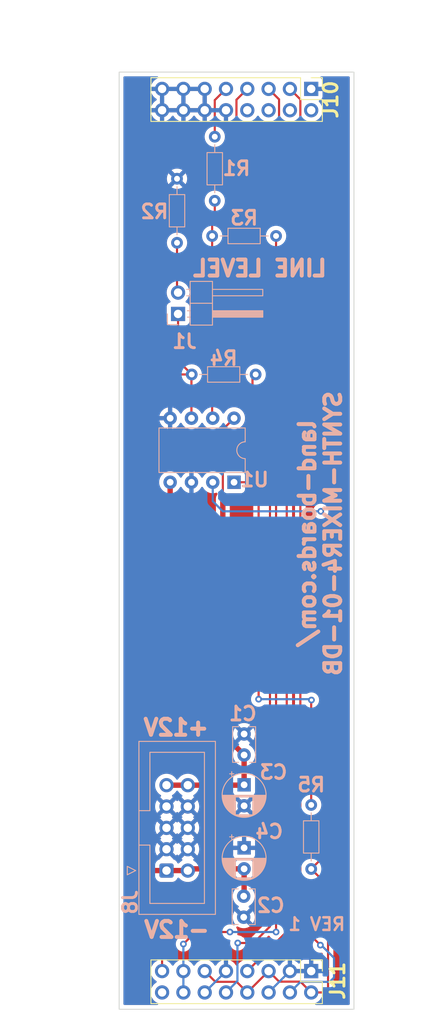
<source format=kicad_pcb>
(kicad_pcb (version 20211014) (generator pcbnew)
  (title_block (title "SYNTH-MIXER6-01") (date "2022-09-30") (rev "1") (company "LAND BOARDS, LLC"))
  (layers (0 "F.Cu" signal) (31 "B.Cu" signal) (34 "B.Paste" user) (35 "F.Paste" user) (36 "B.SilkS" user "B.Silkscreen") (37 "F.SilkS" user "F.Silkscreen") (38 "B.Mask" user) (39 "F.Mask" user) (44 "Edge.Cuts" user))
  (net 0 "")
  (net 1 "GND")
  (net 2 "Net-(J2-Pad2)")
  (net 6 "+12V")
  (net 7 "-12V")
  (net 8 "/OUT")
  (net 9 "Net-(R7-Pad2)")
  (net 10 "/VOL2")
  (net 11 "/VOL1")
  (net 12 "/VSUM")
  (net 13 "/VO")
  (net 14 "/VI_2")
  (net 15 "/VI_3")
  (net 16 "/VI_4")
  (footprint "Connector_PinHeader_2.54mm:PinHeader_2x08_P2.54mm_Vertical" (layer "F.Cu") (at 24 115.46 -90)
    (fp_text reference "J11" (at 1.1514 -3.1526 90) (layer "F.SilkS") (effects (font (size 1.651 1.651) (thickness 0.34925))))
    (fp_text value "HEADER, 2X8")
    (fp_line (start -1.33 1.27) (end -1.33 19.11) (layer "F.SilkS") (width 0.12))
    (fp_line (start -1.33 19.11) (end 3.87 19.11) (layer "F.SilkS") (width 0.12))
    (fp_line (start -1.33 1.27) (end 1.27 1.27) (layer "F.SilkS") (width 0.12))
    (fp_line (start 1.27 -1.33) (end 3.87 -1.33) (layer "F.SilkS") (width 0.12))
    (fp_line (start -1.33 -1.33) (end 0 -1.33) (layer "F.SilkS") (width 0.12))
    (fp_line (start -1.33 0) (end -1.33 -1.33) (layer "F.SilkS") (width 0.12))
    (fp_line (start 3.87 -1.33) (end 3.87 19.11) (layer "F.SilkS") (width 0.12))
    (fp_line (start 1.27 1.27) (end 1.27 -1.33) (layer "F.SilkS") (width 0.12))
    (pad "1" thru_hole rect (at 0 0 270) (size 1.7 1.7) (drill 1) (layers *.Cu *.Mask) (net 1 "GND"))
    (pad "2" thru_hole oval (at 2.54 0 270) (size 1.7 1.7) (drill 1) (layers *.Cu *.Mask) (net 12 "/VSUM"))
    (pad "3" thru_hole oval (at 0 2.54 270) (size 1.7 1.7) (drill 1) (layers *.Cu *.Mask) (net 1 "GND"))
    (pad "4" thru_hole oval (at 2.54 2.54 270) (size 1.7 1.7) (drill 1) (layers *.Cu *.Mask) (net 14 "/VI_2"))
    (pad "5" thru_hole oval (at 0 5.08 270) (size 1.7 1.7) (drill 1) (layers *.Cu *.Mask) (net 12 "/VSUM"))
    (pad "6" thru_hole oval (at 2.54 5.08 270) (size 1.7 1.7) (drill 1) (layers *.Cu *.Mask) (net 1 "GND"))
    (pad "7" thru_hole oval (at 0 7.62 270) (size 1.7 1.7) (drill 1) (layers *.Cu *.Mask) (net 15 "/VI_3"))
    (pad "8" thru_hole oval (at 2.54 7.62 270) (size 1.7 1.7) (drill 1) (layers *.Cu *.Mask) (net 12 "/VSUM"))
    (pad "9" thru_hole oval (at 0 10.16 270) (size 1.7 1.7) (drill 1) (layers *.Cu *.Mask) (net 1 "GND"))
    (pad "10" thru_hole oval (at 2.54 10.16 270) (size 1.7 1.7) (drill 1) (layers *.Cu *.Mask) (net 16 "/VI_4"))
    (pad "11" thru_hole oval (at 0 12.7 270) (size 1.7 1.7) (drill 1) (layers *.Cu *.Mask) (net 12 "/VSUM"))
    (pad "12" thru_hole oval (at 2.54 12.7 270) (size 1.7 1.7) (drill 1) (layers *.Cu *.Mask) (net 1 "GND"))
    (pad "13" thru_hole oval (at 0 15.24 270) (size 1.7 1.7) (drill 1) (layers *.Cu *.Mask) (net 11 "/VOL1"))
    (pad "14" thru_hole oval (at 2.54 15.24 270) (size 1.7 1.7) (drill 1) (layers *.Cu *.Mask) (net 11 "/VOL1"))
    (pad "15" thru_hole oval (at 0 17.78 270) (size 1.7 1.7) (drill 1) (layers *.Cu *.Mask) (net 10 "/VOL2"))
    (pad "16" thru_hole oval (at 2.54 17.78 270) (size 1.7 1.7) (drill 1) (layers *.Cu *.Mask))
  )
  (footprint "Connector_PinHeader_2.54mm:PinHeader_2x08_P2.54mm_Vertical" (layer "F.Cu") (at 24 10.5 -90)
    (fp_text reference "J10" (at 1.27 -2.33 90) (layer "F.SilkS") (effects (font (size 1.651 1.651) (thickness 0.34925))))
    (fp_text value "HEADER, 2X8")
    (fp_line (start -1.33 19.11) (end 3.87 19.11) (layer "F.SilkS") (width 0.12))
    (fp_line (start -1.33 1.27) (end -1.33 19.11) (layer "F.SilkS") (width 0.12))
    (fp_line (start 3.87 -1.33) (end 3.87 19.11) (layer "F.SilkS") (width 0.12))
    (fp_line (start -1.33 -1.33) (end 0 -1.33) (layer "F.SilkS") (width 0.12))
    (fp_line (start 1.27 -1.33) (end 3.87 -1.33) (layer "F.SilkS") (width 0.12))
    (fp_line (start -1.33 1.27) (end 1.27 1.27) (layer "F.SilkS") (width 0.12))
    (fp_line (start -1.33 0) (end -1.33 -1.33) (layer "F.SilkS") (width 0.12))
    (fp_line (start 1.27 1.27) (end 1.27 -1.33) (layer "F.SilkS") (width 0.12))
    (pad "1" thru_hole rect (at 0 0 270) (size 1.7 1.7) (drill 1) (layers *.Cu *.Mask) (net 1 "GND"))
    (pad "2" thru_hole oval (at 2.54 0 270) (size 1.7 1.7) (drill 1) (layers *.Cu *.Mask))
    (pad "3" thru_hole oval (at 0 2.54 270) (size 1.7 1.7) (drill 1) (layers *.Cu *.Mask) (net 14 "/VI_2"))
    (pad "4" thru_hole oval (at 2.54 2.54 270) (size 1.7 1.7) (drill 1) (layers *.Cu *.Mask))
    (pad "5" thru_hole oval (at 0 5.08 270) (size 1.7 1.7) (drill 1) (layers *.Cu *.Mask) (net 15 "/VI_3"))
    (pad "6" thru_hole oval (at 2.54 5.08 270) (size 1.7 1.7) (drill 1) (layers *.Cu *.Mask))
    (pad "7" thru_hole oval (at 0 7.62 270) (size 1.7 1.7) (drill 1) (layers *.Cu *.Mask) (net 16 "/VI_4"))
    (pad "8" thru_hole oval (at 2.54 7.62 270) (size 1.7 1.7) (drill 1) (layers *.Cu *.Mask))
    (pad "9" thru_hole oval (at 0 10.16 270) (size 1.7 1.7) (drill 1) (layers *.Cu *.Mask) (net 8 "/OUT"))
    (pad "10" thru_hole oval (at 2.54 10.16 270) (size 1.7 1.7) (drill 1) (layers *.Cu *.Mask) (net 1 "GND"))
    (pad "11" thru_hole oval (at 0 12.7 270) (size 1.7 1.7) (drill 1) (layers *.Cu *.Mask) (net 1 "GND"))
    (pad "12" thru_hole oval (at 2.54 12.7 270) (size 1.7 1.7) (drill 1) (layers *.Cu *.Mask) (net 1 "GND"))
    (pad "13" thru_hole oval (at 0 15.24 270) (size 1.7 1.7) (drill 1) (layers *.Cu *.Mask) (net 1 "GND"))
    (pad "14" thru_hole oval (at 2.54 15.24 270) (size 1.7 1.7) (drill 1) (layers *.Cu *.Mask) (net 1 "GND"))
    (pad "15" thru_hole oval (at 0 17.78 270) (size 1.7 1.7) (drill 1) (layers *.Cu *.Mask) (net 1 "GND"))
    (pad "16" thru_hole oval (at 2.54 17.78 270) (size 1.7 1.7) (drill 1) (layers *.Cu *.Mask) (net 1 "GND"))
  )
  (footprint "Connector_IDC:IDC-Header_2x05_P2.54mm_Vertical" (layer "B.Cu") (at 6.7475 103.5)
    (fp_text reference "J8" (at -4.3345 3.7642 270) (layer "B.SilkS") (effects (font (size 1.651 1.651) (thickness 0.34925)) (justify mirror)))
    (fp_text value "Conn_02x05")
    (fp_line (start -3.29 -15.37) (end -3.29 5.21) (layer "B.SilkS") (width 0.12))
    (fp_line (start 5.83 5.21) (end 5.83 -15.37) (layer "B.SilkS") (width 0.12))
    (fp_line (start 4.52 -14.07) (end -1.98 -14.07) (layer "B.SilkS") (width 0.12))
    (fp_line (start -1.98 3.91) (end 4.52 3.91) (layer "B.SilkS") (width 0.12))
    (fp_line (start 5.83 -15.37) (end -3.29 -15.37) (layer "B.SilkS") (width 0.12))
    (fp_line (start -3.68 0) (end -4.68 0.5) (layer "B.SilkS") (width 0.12))
    (fp_line (start -3.29 5.21) (end 5.83 5.21) (layer "B.SilkS") (width 0.12))
    (fp_line (start -1.98 -7.13) (end -3.29 -7.13) (layer "B.SilkS") (width 0.12))
    (fp_line (start -4.68 0.5) (end -4.68 -0.5) (layer "B.SilkS") (width 0.12))
    (fp_line (start -4.68 -0.5) (end -3.68 0) (layer "B.SilkS") (width 0.12))
    (fp_line (start -1.98 -14.07) (end -1.98 -7.13) (layer "B.SilkS") (width 0.12))
    (fp_line (start 4.52 3.91) (end 4.52 -14.07) (layer "B.SilkS") (width 0.12))
    (fp_line (start -1.98 -3.03) (end -1.98 3.91) (layer "B.SilkS") (width 0.12))
    (fp_line (start -3.29 -3.03) (end -1.98 -3.03) (layer "B.SilkS") (width 0.12))
    (fp_line (start -1.98 -7.13) (end -1.98 -7.13) (layer "B.SilkS") (width 0.12))
    (pad "1" thru_hole roundrect (at 0 0) (size 1.7 1.7) (drill 1) (layers *.Cu *.Mask) (roundrect_rratio 0.1470588235) (net 7 "-12V"))
    (pad "2" thru_hole circle (at 2.54 0) (size 1.7 1.7) (drill 1) (layers *.Cu *.Mask) (net 7 "-12V"))
    (pad "3" thru_hole circle (at 0 -2.54) (size 1.7 1.7) (drill 1) (layers *.Cu *.Mask) (net 1 "GND"))
    (pad "4" thru_hole circle (at 2.54 -2.54) (size 1.7 1.7) (drill 1) (layers *.Cu *.Mask) (net 1 "GND"))
    (pad "5" thru_hole circle (at 0 -5.08) (size 1.7 1.7) (drill 1) (layers *.Cu *.Mask) (net 1 "GND"))
    (pad "6" thru_hole circle (at 2.54 -5.08) (size 1.7 1.7) (drill 1) (layers *.Cu *.Mask) (net 1 "GND"))
    (pad "7" thru_hole circle (at 0 -7.62) (size 1.7 1.7) (drill 1) (layers *.Cu *.Mask) (net 1 "GND"))
    (pad "8" thru_hole circle (at 2.54 -7.62) (size 1.7 1.7) (drill 1) (layers *.Cu *.Mask) (net 1 "GND"))
    (pad "9" thru_hole circle (at 0 -10.16) (size 1.7 1.7) (drill 1) (layers *.Cu *.Mask) (net 6 "+12V"))
    (pad "10" thru_hole circle (at 2.54 -10.16) (size 1.7 1.7) (drill 1) (layers *.Cu *.Mask) (net 6 "+12V"))
  )
  (footprint "Resistor_THT:R_Axial_DIN0204_L3.6mm_D1.6mm_P7.62mm_Horizontal" (layer "B.Cu") (at 12.5 23.81 90)
    (fp_text reference "R1" (at 3.8456 2.5876 180) (layer "B.SilkS") (effects (font (size 1.651 1.651) (thickness 0.34925)) (justify mirror)))
    (fp_text value "1K")
    (fp_line (start 5.73 0.92) (end 1.89 0.92) (layer "B.SilkS") (width 0.12))
    (fp_line (start 1.89 0.92) (end 1.89 -0.92) (layer "B.SilkS") (width 0.12))
    (fp_line (start 6.68 0) (end 5.73 0) (layer "B.SilkS") (width 0.12))
    (fp_line (start 0.94 0) (end 1.89 0) (layer "B.SilkS") (width 0.12))
    (fp_line (start 5.73 -0.92) (end 5.73 0.92) (layer "B.SilkS") (width 0.12))
    (fp_line (start 1.89 -0.92) (end 5.73 -0.92) (layer "B.SilkS") (width 0.12))
    (pad "1" thru_hole circle (at 0 0 90) (size 1.4 1.4) (drill 0.7) (layers *.Cu *.Mask) (net 13 "/VO"))
    (pad "2" thru_hole oval (at 7.62 0 90) (size 1.4 1.4) (drill 0.7) (layers *.Cu *.Mask) (net 8 "/OUT"))
  )
  (footprint "Capacitor_THT:CP_Radial_D5.0mm_P2.50mm" (layer "B.Cu") (at 16 93.294888 -90)
    (fp_text reference "C3" (at -1.5 -3.5 180) (layer "B.SilkS") (effects (font (size 1.651 1.651) (thickness 0.34925)) (justify mirror)))
    (fp_text value "10uF")
    (fp_line (start -1.554775 1.475) (end -1.054775 1.475) (layer "B.SilkS") (width 0.12))
    (fp_line (start 3.011 -1.04) (end 3.011 -1.901) (layer "B.SilkS") (width 0.12))
    (fp_line (start 2.651 2.175) (end 2.651 1.04) (layer "B.SilkS") (width 0.12))
    (fp_line (start 2.771 2.095) (end 2.771 1.04) (layer "B.SilkS") (width 0.12))
    (fp_line (start 2.931 1.971) (end 2.931 1.04) (layer "B.SilkS") (width 0.12))
    (fp_line (start 1.33 2.579) (end 1.33 -2.579) (layer "B.SilkS") (width 0.12))
    (fp_line (start 1.37 2.578) (end 1.37 -2.578) (layer "B.SilkS") (width 0.12))
    (fp_line (start 1.73 2.536) (end 1.73 1.04) (layer "B.SilkS") (width 0.12))
    (fp_line (start 3.651 1.011) (end 3.651 -1.011) (layer "B.SilkS") (width 0.12))
    (fp_line (start 3.611 1.098) (end 3.611 -1.098) (layer "B.SilkS") (width 0.12))
    (fp_line (start 3.571 1.178) (end 3.571 -1.178) (layer "B.SilkS") (width 0.12))
    (fp_line (start 1.85 2.511) (end 1.85 1.04) (layer "B.SilkS") (width 0.12))
    (fp_line (start 3.291 1.605) (end 3.291 1.04) (layer "B.SilkS") (width 0.12))
    (fp_line (start 3.411 1.443) (end 3.411 1.04) (layer "B.SilkS") (width 0.12))
    (fp_line (start 3.291 -1.04) (end 3.291 -1.605) (layer "B.SilkS") (width 0.12))
    (fp_line (start 2.051 -1.04) (end 2.051 -2.455) (layer "B.SilkS") (width 0.12))
    (fp_line (start 2.131 -1.04) (end 2.131 -2.428) (layer "B.SilkS") (width 0.12))
    (fp_line (start 3.051 -1.04) (end 3.051 -1.864) (layer "B.SilkS") (width 0.12))
    (fp_line (start 3.731 0.805) (end 3.731 -0.805) (layer "B.SilkS") (width 0.12))
    (fp_line (start 2.331 2.348) (end 2.331 1.04) (layer "B.SilkS") (width 0.12))
    (fp_line (start 1.41 2.576) (end 1.41 -2.576) (layer "B.SilkS") (width 0.12))
    (fp_line (start 2.891 -1.04) (end 2.891 -2.004) (layer "B.SilkS") (width 0.12))
    (fp_line (start 2.451 2.29) (end 2.451 1.04) (layer "B.SilkS") (width 0.12))
    (fp_line (start 2.891 2.004) (end 2.891 1.04) (layer "B.SilkS") (width 0.12))
    (fp_line (start 3.691 0.915) (end 3.691 -0.915) (layer "B.SilkS") (width 0.12))
    (fp_line (start 3.491 -1.04) (end 3.491 -1.319) (layer "B.SilkS") (width 0.12))
    (fp_line (start 2.331 -1.04) (end 2.331 -2.348) (layer "B.SilkS") (width 0.12))
    (fp_line (start 2.571 -1.04) (end 2.571 -2.224) (layer "B.SilkS") (width 0.12))
    (fp_line (start 1.971 -1.04) (end 1.971 -2.48) (layer "B.SilkS") (width 0.12))
    (fp_line (start 3.411 -1.04) (end 3.411 -1.443) (layer "B.SilkS") (width 0.12))
    (fp_line (start 3.531 -1.04) (end 3.531 -1.251) (layer "B.SilkS") (width 0.12))
    (fp_line (start 2.411 2.31) (end 2.411 1.04) (layer "B.SilkS") (width 0.12))
    (fp_line (start 2.451 -1.04) (end 2.451 -2.29) (layer "B.SilkS") (width 0.12))
    (fp_line (start 2.171 2.414) (end 2.171 1.04) (layer "B.SilkS") (width 0.12))
    (fp_line (start 1.81 2.52) (end 1.81 1.04) (layer "B.SilkS") (width 0.12))
    (fp_line (start 3.331 -1.04) (end 3.331 -1.554) (layer "B.SilkS") (width 0.12))
    (fp_line (start 2.971 -1.04) (end 2.971 -1.937) (layer "B.SilkS") (width 0.12))
    (fp_line (start 3.491 1.319) (end 3.491 1.04) (layer "B.SilkS") (width 0.12))
    (fp_line (start 3.531 1.251) (end 3.531 1.04) (layer "B.SilkS") (width 0.12))
    (fp_line (start 3.131 -1.04) (end 3.131 -1.785) (layer "B.SilkS") (width 0.12))
    (fp_line (start 2.091 -1.04) (end 2.091 -2.442) (layer "B.SilkS") (width 0.12))
    (fp_line (start 2.411 -1.04) (end 2.411 -2.31) (layer "B.SilkS") (width 0.12))
    (fp_line (start 2.811 -1.04) (end 2.811 -2.065) (layer "B.SilkS") (width 0.12))
    (fp_line (start 1.81 -1.04) (end 1.81 -2.52) (layer "B.SilkS") (width 0.12))
    (fp_line (start 3.771 0.677) (end 3.771 -0.677) (layer "B.SilkS") (width 0.12))
    (fp_line (start 2.531 -1.04) (end 2.531 -2.247) (layer "B.SilkS") (width 0.12))
    (fp_line (start 2.291 -1.04) (end 2.291 -2.365) (layer "B.SilkS") (width 0.12))
    (fp_line (start 2.851 2.035) (end 2.851 1.04) (layer "B.SilkS") (width 0.12))
    (fp_line (start 2.491 -1.04) (end 2.491 -2.268) (layer "B.SilkS") (width 0.12))
    (fp_line (start 2.251 -1.04) (end 2.251 -2.382) (layer "B.SilkS") (width 0.12))
    (fp_line (start 3.051 1.864) (end 3.051 1.04) (layer "B.SilkS") (width 0.12))
    (fp_line (start 2.531 2.247) (end 2.531 1.04) (layer "B.SilkS") (width 0.12))
    (fp_line (start 2.291 2.365) (end 2.291 1.04) (layer "B.SilkS") (width 0.12))
    (fp_line (start 2.091 2.442) (end 2.091 1.04) (layer "B.SilkS") (width 0.12))
    (fp_line (start 1.61 -1.04) (end 1.61 -2.556) (layer "B.SilkS") (width 0.12))
    (fp_line (start 2.491 2.268) (end 2.491 1.04) (layer "B.SilkS") (width 0.12))
    (fp_line (start 3.211 1.699) (end 3.211 1.04) (layer "B.SilkS") (width 0.12))
    (fp_line (start 2.051 2.455) (end 2.051 1.04) (layer "B.SilkS") (width 0.12))
    (fp_line (start 3.171 -1.04) (end 3.171 -1.743) (layer "B.SilkS") (width 0.12))
    (fp_line (start -1.304775 1.725) (end -1.304775 1.225) (layer "B.SilkS") (width 0.12))
    (fp_line (start 2.691 2.149) (end 2.691 1.04) (layer "B.SilkS") (width 0.12))
    (fp_line (start 1.65 2.55) (end 1.65 1.04) (layer "B.SilkS") (width 0.12))
    (fp_line (start 2.851 -1.04) (end 2.851 -2.035) (layer "B.SilkS") (width 0.12))
    (fp_line (start 2.611 -1.04) (end 2.611 -2.2) (layer "B.SilkS") (width 0.12))
    (fp_line (start 1.65 -1.04) (end 1.65 -2.55) (layer "B.SilkS") (width 0.12))
    (fp_line (start 3.251 1.653) (end 3.251 1.04) (layer "B.SilkS") (width 0.12))
    (fp_line (start 1.61 2.556) (end 1.61 1.04) (layer "B.SilkS") (width 0.12))
    (fp_line (start 3.091 -1.04) (end 3.091 -1.826) (layer "B.SilkS") (width 0.12))
    (fp_line (start 2.251 2.382) (end 2.251 1.04) (layer "B.SilkS") (width 0.12))
    (fp_line (start 1.85 -1.04) (end 1.85 -2.511) (layer "B.SilkS") (width 0.12))
    (fp_line (start 1.69 2.543) (end 1.69 1.04) (layer "B.SilkS") (width 0.12))
    (fp_line (start 3.851 0.284) (end 3.851 -0.284) (layer "B.SilkS") (width 0.12))
    (fp_line (start 2.731 -1.04) (end 2.731 -2.122) (layer "B.SilkS") (width 0.12))
    (fp_line (start 2.131 2.428) (end 2.131 1.04) (layer "B.SilkS") (width 0.12))
    (fp_line (start 1.25 2.58) (end 1.25 -2.58) (layer "B.SilkS") (width 0.12))
    (fp_line (start 2.811 2.065) (end 2.811 1.04) (layer "B.SilkS") (width 0.12))
    (fp_line (start 3.451 1.383) (end 3.451 1.04) (layer "B.SilkS") (width 0.12))
    (fp_line (start 1.89 2.501) (end 1.89 1.04) (layer "B.SilkS") (width 0.12))
    (fp_line (start 2.731 2.122) (end 2.731 1.04) (layer "B.SilkS") (width 0.12))
    (fp_line (start 3.011 1.901) (end 3.011 1.04) (layer "B.SilkS") (width 0.12))
    (fp_line (start 1.53 2.565) (end 1.53 1.04) (layer "B.SilkS") (width 0.12))
    (fp_line (start 3.091 1.826) (end 3.091 1.04) (layer "B.SilkS") (width 0.12))
    (fp_line (start 2.771 -1.04) (end 2.771 -2.095) (layer "B.SilkS") (width 0.12))
    (fp_line (start 1.69 -1.04) (end 1.69 -2.543) (layer "B.SilkS") (width 0.12))
    (fp_line (start 2.211 -1.04) (end 2.211 -2.398) (layer "B.SilkS") (width 0.12))
    (fp_line (start 2.651 -1.04) (end 2.651 -2.175) (layer "B.SilkS") (width 0.12))
    (fp_line (start 2.011 2.468) (end 2.011 1.04) (layer "B.SilkS") (width 0.12))
    (fp_line (start 2.011 -1.04) (end 2.011 -2.468) (layer "B.SilkS") (width 0.12))
    (fp_line (start 2.371 2.329) (end 2.371 1.04) (layer "B.SilkS") (width 0.12))
    (fp_line (start 1.49 -1.04) (end 1.49 -2.569) (layer "B.SilkS") (width 0.12))
    (fp_line (start 1.29 2.58) (end 1.29 -2.58) (layer "B.SilkS") (width 0.12))
    (fp_line (start 2.971 1.937) (end 2.971 1.04) (layer "B.SilkS") (width 0.12))
    (fp_line (start 1.73 -1.04) (end 1.73 -2.536) (layer "B.SilkS") (width 0.12))
    (fp_line (start 1.57 2.561) (end 1.57 1.04) (layer "B.SilkS") (width 0.12))
    (fp_line (start 1.49 2.569) (end 1.49 1.04) (layer "B.SilkS") (width 0.12))
    (fp_line (start 2.171 -1.04) (end 2.171 -2.414) (layer "B.SilkS") (width 0.12))
    (fp_line (start 1.45 2.573) (end 1.45 -2.573) (layer "B.SilkS") (width 0.12))
    (fp_line (start 3.371 -1.04) (end 3.371 -1.5) (layer "B.SilkS") (width 0.12))
    (fp_line (start 2.211 2.398) (end 2.211 1.04) (layer "B.SilkS") (width 0.12))
    (fp_line (start 2.571 2.224) (end 2.571 1.04) (layer "B.SilkS") (width 0.12))
    (fp_line (start 2.931 -1.04) (end 2.931 -1.971) (layer "B.SilkS") (width 0.12))
    (fp_line (start 3.371 1.5) (end 3.371 1.04) (layer "B.SilkS") (width 0.12))
    (fp_line (start 2.691 -1.04) (end 2.691 -2.149) (layer "B.SilkS") (width 0.12))
    (fp_line (start 1.93 -1.04) (end 1.93 -2.491) (layer "B.SilkS") (width 0.12))
    (fp_line (start 1.77 2.528) (end 1.77 1.04) (layer "B.SilkS") (width 0.12))
    (fp_line (start 1.57 -1.04) (end 1.57 -2.561) (layer "B.SilkS") (width 0.12))
    (fp_line (start 1.971 2.48) (end 1.971 1.04) (layer "B.SilkS") (width 0.12))
    (fp_line (start 3.211 -1.04) (end 3.211 -1.699) (layer "B.SilkS") (width 0.12))
    (fp_line (start 2.611 2.2) (end 2.611 1.04) (layer "B.SilkS") (width 0.12))
    (fp_line (start 3.451 -1.04) (end 3.451 -1.383) (layer "B.SilkS") (width 0.12))
    (fp_line (start 3.331 1.554) (end 3.331 1.04) (layer "B.SilkS") (width 0.12))
    (fp_line (start 3.811 0.518) (end 3.811 -0.518) (layer "B.SilkS") (width 0.12))
    (fp_line (start 1.77 -1.04) (end 1.77 -2.528) (layer "B.SilkS") (width 0.12))
    (fp_line (start 3.171 1.743) (end 3.171 1.04) (layer "B.SilkS") (width 0.12))
    (fp_line (start 1.93 2.491) (end 1.93 1.04) (layer "B.SilkS") (width 0.12))
    (fp_line (start 3.131 1.785) (end 3.131 1.04) (layer "B.SilkS") (width 0.12))
    (fp_line (start 1.53 -1.04) (end 1.53 -2.565) (layer "B.SilkS") (width 0.12))
    (fp_line (start 3.251 -1.04) (end 3.251 -1.653) (layer "B.SilkS") (width 0.12))
    (fp_line (start 2.371 -1.04) (end 2.371 -2.329) (layer "B.SilkS") (width 0.12))
    (fp_line (start 1.89 -1.04) (end 1.89 -2.501) (layer "B.SilkS") (width 0.12))
    (fp_circle (center 1.25 0) (end 3.87 0) (layer "B.SilkS") (width 0.12) (fill none))
    (pad "1" thru_hole rect (at 0 0 270) (size 1.6 1.6) (drill 0.8) (layers *.Cu *.Mask) (net 6 "+12V"))
    (pad "2" thru_hole circle (at 2.5 0 270) (size 1.6 1.6) (drill 0.8) (layers *.Cu *.Mask) (net 1 "GND"))
  )
  (footprint "Package_DIP:DIP-8_W7.62mm" (layer "B.Cu") (at 14.8 57.3 90)
    (fp_text reference "U1" (at 0.3 2.45) (layer "B.SilkS") (effects (font (size 1.651 1.651) (thickness 0.34925)) (justify mirror)))
    (fp_text value "TL072")
    (fp_line (start 1.16 1.33) (end 1.16 -8.95) (layer "B.SilkS") (width 0.12))
    (fp_line (start 1.16 -8.95) (end 6.46 -8.95) (layer "B.SilkS") (width 0.12))
    (fp_line (start 6.46 -8.95) (end 6.46 1.33) (layer "B.SilkS") (width 0.12))
    (fp_line (start 6.46 1.33) (end 4.81 1.33) (layer "B.SilkS") (width 0.12))
    (fp_line (start 2.81 1.33) (end 1.16 1.33) (layer "B.SilkS") (width 0.12))
    (fp_arc (start 2.81 1.33) (mid 3.81 0.33) (end 4.81 1.33) (layer "B.SilkS") (width 0.12))
    (pad "1" thru_hole rect (at 0 0 90) (size 1.6 1.6) (drill 0.8) (layers *.Cu *.Mask) (net 9 "Net-(R7-Pad2)"))
    (pad "2" thru_hole oval (at 0 -2.54 90) (size 1.6 1.6) (drill 0.8) (layers *.Cu *.Mask) (net 12 "/VSUM"))
    (pad "3" thru_hole oval (at 0 -5.08 90) (size 1.6 1.6) (drill 0.8) (layers *.Cu *.Mask) (net 1 "GND"))
    (pad "4" thru_hole oval (at 0 -7.62 90) (size 1.6 1.6) (drill 0.8) (layers *.Cu *.Mask) (net 7 "-12V"))
    (pad "5" thru_hole oval (at 7.62 -7.62 90) (size 1.6 1.6) (drill 0.8) (layers *.Cu *.Mask) (net 1 "GND"))
    (pad "6" thru_hole oval (at 7.62 -5.08 90) (size 1.6 1.6) (drill 0.8) (layers *.Cu *.Mask) (net 10 "/VOL2"))
    (pad "7" thru_hole oval (at 7.62 -2.54 90) (size 1.6 1.6) (drill 0.8) (layers *.Cu *.Mask) (net 13 "/VO"))
    (pad "8" thru_hole oval (at 7.62 0 90) (size 1.6 1.6) (drill 0.8) (layers *.Cu *.Mask) (net 6 "+12V"))
  )
  (footprint "Resistor_THT:R_Axial_DIN0204_L3.6mm_D1.6mm_P7.62mm_Horizontal" (layer "B.Cu") (at 24 103.31 90)
    (fp_text reference "R5" (at 10.0158 0.003 180) (layer "B.SilkS") (effects (font (size 1.651 1.651) (thickness 0.34925)) (justify mirror)))
    (fp_text value "100K")
    (fp_line (start 6.68 0) (end 5.73 0) (layer "B.SilkS") (width 0.12))
    (fp_line (start 1.89 -0.92) (end 5.73 -0.92) (layer "B.SilkS") (width 0.12))
    (fp_line (start 5.73 0.92) (end 1.89 0.92) (layer "B.SilkS") (width 0.12))
    (fp_line (start 0.94 0) (end 1.89 0) (layer "B.SilkS") (width 0.12))
    (fp_line (start 5.73 -0.92) (end 5.73 0.92) (layer "B.SilkS") (width 0.12))
    (fp_line (start 1.89 0.92) (end 1.89 -0.92) (layer "B.SilkS") (width 0.12))
    (pad "1" thru_hole circle (at 0 0 90) (size 1.4 1.4) (drill 0.7) (layers *.Cu *.Mask) (net 12 "/VSUM"))
    (pad "2" thru_hole oval (at 7.62 0 90) (size 1.4 1.4) (drill 0.7) (layers *.Cu *.Mask) (net 9 "Net-(R7-Pad2)"))
  )
  (footprint "Capacitor_THT:C_Rect_L4.0mm_W2.5mm_P2.50mm" (layer "B.Cu") (at 16 89.75 90)
    (fp_text reference "C1" (at 4.914 -0.1504 180) (layer "B.SilkS") (effects (font (size 1.651 1.651) (thickness 0.34925)) (justify mirror)))
    (fp_text value "0.1uF")
    (fp_line (start -0.87 -1.37) (end 3.37 -1.37) (layer "B.SilkS") (width 0.12))
    (fp_line (start -0.87 1.37) (end 3.37 1.37) (layer "B.SilkS") (width 0.12))
    (fp_line (start 3.37 -0.665) (end 3.37 -1.37) (layer "B.SilkS") (width 0.12))
    (fp_line (start -0.87 1.37) (end -0.87 0.665) (layer "B.SilkS") (width 0.12))
    (fp_line (start 3.37 1.37) (end 3.37 0.665) (layer "B.SilkS") (width 0.12))
    (fp_line (start -0.87 -0.665) (end -0.87 -1.37) (layer "B.SilkS") (width 0.12))
    (pad "1" thru_hole circle (at 0 0 90) (size 1.6 1.6) (drill 0.8) (layers *.Cu *.Mask) (net 6 "+12V"))
    (pad "2" thru_hole circle (at 2.5 0 90) (size 1.6 1.6) (drill 0.8) (layers *.Cu *.Mask) (net 1 "GND"))
  )
  (footprint "Connector_PinHeader_2.54mm:PinHeader_1x02_P2.54mm_Horizontal" (layer "B.Cu") (at 8.125 37.275)
    (fp_text reference "J1" (at 0.765 3.2634) (layer "B.SilkS") (effects (font (size 1.651 1.651) (thickness 0.34925)) (justify mirror)))
    (fp_text value "Conn_01x02")
    (fp_line (start 1.44 -1.27) (end 4.1 -1.27) (layer "B.SilkS") (width 0.12))
    (fp_line (start 1.11 -0.38) (end 1.44 -0.38) (layer "B.SilkS") (width 0.12))
    (fp_line (start 4.1 1.33) (end 1.44 1.33) (layer "B.SilkS") (width 0.12))
    (fp_line (start 1.44 1.33) (end 1.44 -3.87) (layer "B.SilkS") (width 0.12))
    (fp_line (start 10.1 -2.16) (end 10.1 -2.92) (layer "B.SilkS") (width 0.12))
    (fp_line (start 1.11 0.38) (end 1.44 0.38) (layer "B.SilkS") (width 0.12))
    (fp_line (start 10.1 -0.38) (end 4.1 -0.38) (layer "B.SilkS") (width 0.12))
    (fp_line (start 1.042929 -2.16) (end 1.44 -2.16) (layer "B.SilkS") (width 0.12))
    (fp_line (start 10.1 0.38) (end 10.1 -0.38) (layer "B.SilkS") (width 0.12))
    (fp_line (start 1.042929 -2.92) (end 1.44 -2.92) (layer "B.SilkS") (width 0.12))
    (fp_line (start -1.27 1.27) (end 0 1.27) (layer "B.SilkS") (width 0.12))
    (fp_line (start 4.1 -3.87) (end 4.1 1.33) (layer "B.SilkS") (width 0.12))
    (fp_line (start 4.1 -0.28) (end 10.1 -0.28) (layer "B.SilkS") (width 0.12))
    (fp_line (start 4.1 -0.04) (end 10.1 -0.04) (layer "B.SilkS") (width 0.12))
    (fp_line (start 1.44 -3.87) (end 4.1 -3.87) (layer "B.SilkS") (width 0.12))
    (fp_line (start 4.1 0.32) (end 10.1 0.32) (layer "B.SilkS") (width 0.12))
    (fp_line (start 4.1 0.2) (end 10.1 0.2) (layer "B.SilkS") (width 0.12))
    (fp_line (start 4.1 0.38) (end 10.1 0.38) (layer "B.SilkS") (width 0.12))
    (fp_line (start 4.1 0.08) (end 10.1 0.08) (layer "B.SilkS") (width 0.12))
    (fp_line (start 10.1 -2.92) (end 4.1 -2.92) (layer "B.SilkS") (width 0.12))
    (fp_line (start 4.1 -2.16) (end 10.1 -2.16) (layer "B.SilkS") (width 0.12))
    (fp_line (start 4.1 -0.16) (end 10.1 -0.16) (layer "B.SilkS") (width 0.12))
    (fp_line (start -1.27 0) (end -1.27 1.27) (layer "B.SilkS") (width 0.12))
    (pad "1" thru_hole rect (at 0 0) (size 1.7 1.7) (drill 1) (layers *.Cu *.Mask) (net 10 "/VOL2"))
    (pad "2" thru_hole oval (at 0 -2.54) (size 1.7 1.7) (drill 1) (layers *.Cu *.Mask) (net 2 "Net-(J2-Pad2)"))
  )
  (footprint "Capacitor_THT:C_Rect_L4.0mm_W2.5mm_P2.50mm" (layer "B.Cu") (at 15.9512 109.0476 90)
    (fp_text reference "C2" (at 1.4024 3.2258) (layer "B.SilkS") (effects (font (size 1.651 1.651) (thickness 0.34925)) (justify mirror)))
    (fp_text value "0.1uF")
    (fp_line (start -0.87 1.37) (end -0.87 0.665) (layer "B.SilkS") (width 0.12))
    (fp_line (start 3.37 1.37) (end 3.37 0.665) (layer "B.SilkS") (width 0.12))
    (fp_line (start -0.87 -1.37) (end 3.37 -1.37) (layer "B.SilkS") (width 0.12))
    (fp_line (start -0.87 1.37) (end 3.37 1.37) (layer "B.SilkS") (width 0.12))
    (fp_line (start 3.37 -0.665) (end 3.37 -1.37) (layer "B.SilkS") (width 0.12))
    (fp_line (start -0.87 -0.665) (end -0.87 -1.37) (layer "B.SilkS") (width 0.12))
    (pad "1" thru_hole circle (at 0 0 90) (size 1.6 1.6) (drill 0.8) (layers *.Cu *.Mask) (net 1 "GND"))
    (pad "2" thru_hole circle (at 2.5 0 90) (size 1.6 1.6) (drill 0.8) (layers *.Cu *.Mask) (net 7 "-12V"))
  )
  (footprint "Resistor_THT:R_Axial_DIN0204_L3.6mm_D1.6mm_P7.62mm_Horizontal" (layer "B.Cu") (at 17.3736 44.4754 180)
    (fp_text reference "R4" (at 3.81 1.920011) (layer "B.SilkS") (effects (font (size 1.651 1.651) (thickness 0.34925)) (justify mirror)))
    (fp_text value "22K")
    (fp_line (start 5.73 -0.92) (end 5.73 0.92) (layer "B.SilkS") (width 0.12))
    (fp_line (start 1.89 0.92) (end 1.89 -0.92) (layer "B.SilkS") (width 0.12))
    (fp_line (start 5.73 0.92) (end 1.89 0.92) (layer "B.SilkS") (width 0.12))
    (fp_line (start 0.94 0) (end 1.89 0) (layer "B.SilkS") (width 0.12))
    (fp_line (start 1.89 -0.92) (end 5.73 -0.92) (layer "B.SilkS") (width 0.12))
    (fp_line (start 6.68 0) (end 5.73 0) (layer "B.SilkS") (width 0.12))
    (pad "1" thru_hole circle (at 0 0 180) (size 1.4 1.4) (drill 0.7) (layers *.Cu *.Mask) (net 9 "Net-(R7-Pad2)"))
    (pad "2" thru_hole oval (at 7.62 0 180) (size 1.4 1.4) (drill 0.7) (layers *.Cu *.Mask) (net 10 "/VOL2"))
  )
  (footprint "Resistor_THT:R_Axial_DIN0204_L3.6mm_D1.6mm_P7.62mm_Horizontal" (layer "B.Cu") (at 19.81 28 180)
    (fp_text reference "R3" (at 3.809999 2.1428) (layer "B.SilkS") (effects (font (size 1.651 1.651) (thickness 0.34925)) (justify mirror)))
    (fp_text value "4.7K")
    (fp_line (start 5.73 0.92) (end 1.89 0.92) (layer "B.SilkS") (width 0.12))
    (fp_line (start 6.68 0) (end 5.73 0) (layer "B.SilkS") (width 0.12))
    (fp_line (start 5.73 -0.92) (end 5.73 0.92) (layer "B.SilkS") (width 0.12))
    (fp_line (start 1.89 0.92) (end 1.89 -0.92) (layer "B.SilkS") (width 0.12))
    (fp_line (start 1.89 -0.92) (end 5.73 -0.92) (layer "B.SilkS") (width 0.12))
    (fp_line (start 0.94 0) (end 1.89 0) (layer "B.SilkS") (width 0.12))
    (pad "1" thru_hole circle (at 0 0 180) (size 1.4 1.4) (drill 0.7) (layers *.Cu *.Mask) (net 11 "/VOL1"))
    (pad "2" thru_hole oval (at 7.62 0 180) (size 1.4 1.4) (drill 0.7) (layers *.Cu *.Mask) (net 13 "/VO"))
  )
  (footprint "Resistor_THT:R_Axial_DIN0204_L3.6mm_D1.6mm_P7.62mm_Horizontal" (layer "B.Cu") (at 7.999999 21.190001 -90)
    (fp_text reference "R2" (at 3.905199 2.691399 180) (layer "B.SilkS") (effects (font (size 1.651 1.651) (thickness 0.34925)) (justify mirror)))
    (fp_text value "22K")
    (fp_line (start 0.94 0) (end 1.89 0) (layer "B.SilkS") (width 0.12))
    (fp_line (start 1.89 0.92) (end 1.89 -0.92) (layer "B.SilkS") (width 0.12))
    (fp_line (start 1.89 -0.92) (end 5.73 -0.92) (layer "B.SilkS") (width 0.12))
    (fp_line (start 5.73 0.92) (end 1.89 0.92) (layer "B.SilkS") (width 0.12))
    (fp_line (start 5.73 -0.92) (end 5.73 0.92) (layer "B.SilkS") (width 0.12))
    (fp_line (start 6.68 0) (end 5.73 0) (layer "B.SilkS") (width 0.12))
    (pad "1" thru_hole circle (at 0 0 270) (size 1.4 1.4) (drill 0.7) (layers *.Cu *.Mask) (net 1 "GND"))
    (pad "2" thru_hole oval (at 7.62 0 270) (size 1.4 1.4) (drill 0.7) (layers *.Cu *.Mask) (net 2 "Net-(J2-Pad2)"))
  )
  (footprint "Capacitor_THT:CP_Radial_D5.0mm_P2.50mm" (layer "B.Cu") (at 16 100.794888 -90)
    (fp_text reference "C4" (at -1.938088 -2.9992) (layer "B.SilkS") (effects (font (size 1.651 1.651) (thickness 0.34925)) (justify mirror)))
    (fp_text value "10uF")
    (fp_line (start 2.531 -1.04) (end 2.531 -2.247) (layer "B.SilkS") (width 0.12))
    (fp_line (start 2.651 2.175) (end 2.651 1.04) (layer "B.SilkS") (width 0.12))
    (fp_line (start 2.811 -1.04) (end 2.811 -2.065) (layer "B.SilkS") (width 0.12))
    (fp_line (start 3.731 0.805) (end 3.731 -0.805) (layer "B.SilkS") (width 0.12))
    (fp_line (start 1.69 2.543) (end 1.69 1.04) (layer "B.SilkS") (width 0.12))
    (fp_line (start 2.891 -1.04) (end 2.891 -2.004) (layer "B.SilkS") (width 0.12))
    (fp_line (start 3.331 1.554) (end 3.331 1.04) (layer "B.SilkS") (width 0.12))
    (fp_line (start 2.611 2.2) (end 2.611 1.04) (layer "B.SilkS") (width 0.12))
    (fp_line (start 2.891 2.004) (end 2.891 1.04) (layer "B.SilkS") (width 0.12))
    (fp_line (start 3.291 -1.04) (end 3.291 -1.605) (layer "B.SilkS") (width 0.12))
    (fp_line (start 2.051 2.455) (end 2.051 1.04) (layer "B.SilkS") (width 0.12))
    (fp_line (start 1.57 2.561) (end 1.57 1.04) (layer "B.SilkS") (width 0.12))
    (fp_line (start 3.451 -1.04) (end 3.451 -1.383) (layer "B.SilkS") (width 0.12))
    (fp_line (start 2.211 -1.04) (end 2.211 -2.398) (layer "B.SilkS") (width 0.12))
    (fp_line (start 2.251 2.382) (end 2.251 1.04) (layer "B.SilkS") (width 0.12))
    (fp_line (start 3.011 1.901) (end 3.011 1.04) (layer "B.SilkS") (width 0.12))
    (fp_line (start 2.171 -1.04) (end 2.171 -2.414) (layer "B.SilkS") (width 0.12))
    (fp_line (start 3.491 -1.04) (end 3.491 -1.319) (layer "B.SilkS") (width 0.12))
    (fp_line (start 2.491 -1.04) (end 2.491 -2.268) (layer "B.SilkS") (width 0.12))
    (fp_line (start 1.81 -1.04) (end 1.81 -2.52) (layer "B.SilkS") (width 0.12))
    (fp_line (start 2.571 2.224) (end 2.571 1.04) (layer "B.SilkS") (width 0.12))
    (fp_line (start 3.051 -1.04) (end 3.051 -1.864) (layer "B.SilkS") (width 0.12))
    (fp_line (start 2.131 2.428) (end 2.131 1.04) (layer "B.SilkS") (width 0.12))
    (fp_line (start 1.41 2.576) (end 1.41 -2.576) (layer "B.SilkS") (width 0.12))
    (fp_line (start 1.53 -1.04) (end 1.53 -2.565) (layer "B.SilkS") (width 0.12))
    (fp_line (start 3.011 -1.04) (end 3.011 -1.901) (layer "B.SilkS") (width 0.12))
    (fp_line (start 1.29 2.58) (end 1.29 -2.58) (layer "B.SilkS") (width 0.12))
    (fp_line (start 2.851 2.035) (end 2.851 1.04) (layer "B.SilkS") (width 0.12))
    (fp_line (start 2.291 -1.04) (end 2.291 -2.365) (layer "B.SilkS") (width 0.12))
    (fp_line (start 2.731 2.122) (end 2.731 1.04) (layer "B.SilkS") (width 0.12))
    (fp_line (start 1.45 2.573) (end 1.45 -2.573) (layer "B.SilkS") (width 0.12))
    (fp_line (start 1.69 -1.04) (end 1.69 -2.543) (layer "B.SilkS") (width 0.12))
    (fp_line (start 1.77 -1.04) (end 1.77 -2.528) (layer "B.SilkS") (width 0.12))
    (fp_line (start 1.81 2.52) (end 1.81 1.04) (layer "B.SilkS") (width 0.12))
    (fp_line (start 3.171 1.743) (end 3.171 1.04) (layer "B.SilkS") (width 0.12))
    (fp_line (start 1.49 2.569) (end 1.49 1.04) (layer "B.SilkS") (width 0.12))
    (fp_line (start 1.73 -1.04) (end 1.73 -2.536) (layer "B.SilkS") (width 0.12))
    (fp_line (start 3.051 1.864) (end 3.051 1.04) (layer "B.SilkS") (width 0.12))
    (fp_line (start 3.211 -1.04) (end 3.211 -1.699) (layer "B.SilkS") (width 0.12))
    (fp_line (start 3.851 0.284) (end 3.851 -0.284) (layer "B.SilkS") (width 0.12))
    (fp_line (start 2.211 2.398) (end 2.211 1.04) (layer "B.SilkS") (width 0.12))
    (fp_line (start 1.37 2.578) (end 1.37 -2.578) (layer "B.SilkS") (width 0.12))
    (fp_line (start 2.771 -1.04) (end 2.771 -2.095) (layer "B.SilkS") (width 0.12))
    (fp_line (start 2.971 1.937) (end 2.971 1.04) (layer "B.SilkS") (width 0.12))
    (fp_line (start 2.251 -1.04) (end 2.251 -2.382) (layer "B.SilkS") (width 0.12))
    (fp_line (start 3.211 1.699) (end 3.211 1.04) (layer "B.SilkS") (width 0.12))
    (fp_line (start -1.554775 1.475) (end -1.054775 1.475) (layer "B.SilkS") (width 0.12))
    (fp_line (start 3.091 1.826) (end 3.091 1.04) (layer "B.SilkS") (width 0.12))
    (fp_line (start 1.77 2.528) (end 1.77 1.04) (layer "B.SilkS") (width 0.12))
    (fp_line (start 3.531 1.251) (end 3.531 1.04) (layer "B.SilkS") (width 0.12))
    (fp_line (start 1.971 -1.04) (end 1.971 -2.48) (layer "B.SilkS") (width 0.12))
    (fp_line (start 2.011 2.468) (end 2.011 1.04) (layer "B.SilkS") (width 0.12))
    (fp_line (start 3.571 1.178) (end 3.571 -1.178) (layer "B.SilkS") (width 0.12))
    (fp_line (start 2.411 2.31) (end 2.411 1.04) (layer "B.SilkS") (width 0.12))
    (fp_line (start 2.971 -1.04) (end 2.971 -1.937) (layer "B.SilkS") (width 0.12))
    (fp_line (start 2.531 2.247) (end 2.531 1.04) (layer "B.SilkS") (width 0.12))
    (fp_line (start 3.531 -1.04) (end 3.531 -1.251) (layer "B.SilkS") (width 0.12))
    (fp_line (start 1.93 -1.04) (end 1.93 -2.491) (layer "B.SilkS") (width 0.12))
    (fp_line (start 1.25 2.58) (end 1.25 -2.58) (layer "B.SilkS") (width 0.12))
    (fp_line (start 3.131 1.785) (end 3.131 1.04) (layer "B.SilkS") (width 0.12))
    (fp_line (start 2.571 -1.04) (end 2.571 -2.224) (layer "B.SilkS") (width 0.12))
    (fp_line (start 2.331 -1.04) (end 2.331 -2.348) (layer "B.SilkS") (width 0.12))
    (fp_line (start 3.451 1.383) (end 3.451 1.04) (layer "B.SilkS") (width 0.12))
    (fp_line (start 1.65 -1.04) (end 1.65 -2.55) (layer "B.SilkS") (width 0.12))
    (fp_line (start 2.091 -1.04) (end 2.091 -2.442) (layer "B.SilkS") (width 0.12))
    (fp_line (start 1.33 2.579) (end 1.33 -2.579) (layer "B.SilkS") (width 0.12))
    (fp_line (start 1.89 -1.04) (end 1.89 -2.501) (layer "B.SilkS") (width 0.12))
    (fp_line (start 1.73 2.536) (end 1.73 1.04) (layer "B.SilkS") (width 0.12))
    (fp_line (start 3.611 1.098) (end 3.611 -1.098) (layer "B.SilkS") (width 0.12))
    (fp_line (start 2.131 -1.04) (end 2.131 -2.428) (layer "B.SilkS") (width 0.12))
    (fp_line (start 2.451 -1.04) (end 2.451 -2.29) (layer "B.SilkS") (width 0.12))
    (fp_line (start 2.931 1.971) (end 2.931 1.04) (layer "B.SilkS") (width 0.12))
    (fp_line (start 1.61 2.556) (end 1.61 1.04) (layer "B.SilkS") (width 0.12))
    (fp_line (start 2.011 -1.04) (end 2.011 -2.468) (layer "B.SilkS") (width 0.12))
    (fp_line (start 1.53 2.565) (end 1.53 1.04) (layer "B.SilkS") (width 0.12))
    (fp_line (start 3.371 -1.04) (end 3.371 -1.5) (layer "B.SilkS") (width 0.12))
    (fp_line (start 1.89 2.501) (end 1.89 1.04) (layer "B.SilkS") (width 0.12))
    (fp_line (start 3.371 1.5) (end 3.371 1.04) (layer "B.SilkS") (width 0.12))
    (fp_line (start 2.811 2.065) (end 2.811 1.04) (layer "B.SilkS") (width 0.12))
    (fp_line (start 3.251 1.653) (end 3.251 1.04) (layer "B.SilkS") (width 0.12))
    (fp_line (start 3.771 0.677) (end 3.771 -0.677) (layer "B.SilkS") (width 0.12))
    (fp_line (start 1.85 2.511) (end 1.85 1.04) (layer "B.SilkS") (width 0.12))
    (fp_line (start -1.304775 1.725) (end -1.304775 1.225) (layer "B.SilkS") (width 0.12))
    (fp_line (start 2.371 -1.04) (end 2.371 -2.329) (layer "B.SilkS") (width 0.12))
    (fp_line (start 1.85 -1.04) (end 1.85 -2.511) (layer "B.SilkS") (width 0.12))
    (fp_line (start 3.411 -1.04) (end 3.411 -1.443) (layer "B.SilkS") (width 0.12))
    (fp_line (start 2.771 2.095) (end 2.771 1.04) (layer "B.SilkS") (width 0.12))
    (fp_line (start 1.57 -1.04) (end 1.57 -2.561) (layer "B.SilkS") (width 0.12))
    (fp_line (start 2.691 2.149) (end 2.691 1.04) (layer "B.SilkS") (width 0.12))
    (fp_line (start 3.651 1.011) (end 3.651 -1.011) (layer "B.SilkS") (width 0.12))
    (fp_line (start 2.491 2.268) (end 2.491 1.04) (layer "B.SilkS") (width 0.12))
    (fp_line (start 2.611 -1.04) (end 2.611 -2.2) (layer "B.SilkS") (width 0.12))
    (fp_line (start 2.691 -1.04) (end 2.691 -2.149) (layer "B.SilkS") (width 0.12))
    (fp_line (start 2.331 2.348) (end 2.331 1.04) (layer "B.SilkS") (width 0.12))
    (fp_line (start 2.411 -1.04) (end 2.411 -2.31) (layer "B.SilkS") (width 0.12))
    (fp_line (start 3.251 -1.04) (end 3.251 -1.653) (layer "B.SilkS") (width 0.12))
    (fp_line (start 1.971 2.48) (end 1.971 1.04) (layer "B.SilkS") (width 0.12))
    (fp_line (start 3.411 1.443) (end 3.411 1.04) (layer "B.SilkS") (width 0.12))
    (fp_line (start 2.851 -1.04) (end 2.851 -2.035) (layer "B.SilkS") (width 0.12))
    (fp_line (start 2.091 2.442) (end 2.091 1.04) (layer "B.SilkS") (width 0.12))
    (fp_line (start 2.291 2.365) (end 2.291 1.04) (layer "B.SilkS") (width 0.12))
    (fp_line (start 2.371 2.329) (end 2.371 1.04) (layer "B.SilkS") (width 0.12))
    (fp_line (start 3.291 1.605) (end 3.291 1.04) (layer "B.SilkS") (width 0.12))
    (fp_line (start 2.171 2.414) (end 2.171 1.04) (layer "B.SilkS") (width 0.12))
    (fp_line (start 2.931 -1.04) (end 2.931 -1.971) (layer "B.SilkS") (width 0.12))
    (fp_line (start 2.451 2.29) (end 2.451 1.04) (layer "B.SilkS") (width 0.12))
    (fp_line (start 2.651 -1.04) (end 2.651 -2.175) (layer "B.SilkS") (width 0.12))
    (fp_line (start 2.731 -1.04) (end 2.731 -2.122) (layer "B.SilkS") (width 0.12))
    (fp_line (start 3.811 0.518) (end 3.811 -0.518) (layer "B.SilkS") (width 0.12))
    (fp_line (start 3.691 0.915) (end 3.691 -0.915) (layer "B.SilkS") (width 0.12))
    (fp_line (start 1.61 -1.04) (end 1.61 -2.556) (layer "B.SilkS") (width 0.12))
    (fp_line (start 1.65 2.55) (end 1.65 1.04) (layer "B.SilkS") (width 0.12))
    (fp_line (start 1.93 2.491) (end 1.93 1.04) (layer "B.SilkS") (width 0.12))
    (fp_line (start 3.131 -1.04) (end 3.131 -1.785) (layer "B.SilkS") (width 0.12))
    (fp_line (start 3.491 1.319) (end 3.491 1.04) (layer "B.SilkS") (width 0.12))
    (fp_line (start 3.331 -1.04) (end 3.331 -1.554) (layer "B.SilkS") (width 0.12))
    (fp_line (start 2.051 -1.04) (end 2.051 -2.455) (layer "B.SilkS") (width 0.12))
    (fp_line (start 3.091 -1.04) (end 3.091 -1.826) (layer "B.SilkS") (width 0.12))
    (fp_line (start 1.49 -1.04) (end 1.49 -2.569) (layer "B.SilkS") (width 0.12))
    (fp_line (start 3.171 -1.04) (end 3.171 -1.743) (layer "B.SilkS") (width 0.12))
    (fp_circle (center 1.25 0) (end 3.87 0) (layer "B.SilkS") (width 0.12) (fill none))
    (pad "1" thru_hole rect (at 0 0 270) (size 1.6 1.6) (drill 0.8) (layers *.Cu *.Mask) (net 1 "GND"))
    (pad "2" thru_hole circle (at 2.5 0 270) (size 1.6 1.6) (drill 0.8) (layers *.Cu *.Mask) (net 7 "-12V"))
  )
  (gr_rect (start 1.1 8.5) (end 29.1 120) (layer "Edge.Cuts") (width 0.1) (fill none))
  (gr_text "+12V" (at 12.0142 86.487) (layer "B.SilkS") (effects (font (size 1.905 1.905) (thickness 0.47625)) (justify left mirror)))
  (gr_text "-12V" (at 12.0904 110.5408) (layer "B.SilkS") (effects (font (size 1.905 1.905) (thickness 0.47625)) (justify left mirror)))
  (gr_text "REV 1" (at 24.6634 109.8804) (layer "B.SilkS") (effects (font (size 1.5 1.5) (thickness 0.3)) (justify mirror)))
  (gr_text "LINE LEVEL" (at 17.8816 31.8516) (layer "B.SilkS") (effects (font (size 1.905 1.905) (thickness 0.47625)) (justify mirror)))
  (gr_text "land-boards.com/\nSYNTH-MIXER4-01-DB" (at 25.0698 63.3984 90) (layer "B.SilkS") (effects (font (size 1.905 1.905) (thickness 0.47625)) (justify mirror)))
  (segment (start 18.92 118) (end 21.46 115.46) (width 0.254) (layer "B.Cu") (net 1))
  (segment (start 11.3 118) (end 13.84 115.46) (width 0.254) (layer "B.Cu") (net 1))
  (segment (start 8 28.81) (end 8 34.61) (width 0.254) (layer "F.Cu") (net 2))
  (segment (start 13.462 87.211992) (end 16.000001 89.750011) (width 0.635) (layer "F.Cu") (net 6))
  (segment (start 13.462 51.018) (end 13.462 59.2836) (width 0.254) (layer "F.Cu") (net 6))
  (segment (start 13.462 87.211992) (end 13.462 59.2836) (width 0.635) (layer "F.Cu") (net 6))
  (segment (start 9.2875 93.339996) (end 15.954888 93.339996) (width 0.635) (layer "F.Cu") (net 6))
  (segment (start 14.8 49.68) (end 13.462 51.018) (width 0.254) (layer "F.Cu") (net 6))
  (segment (start 6.7475 93.339996) (end 9.2875 93.339996) (width 0.635) (layer "F.Cu") (net 6))
  (segment (start 16.000001 93.294886) (end 16.000001 89.750011) (width 0.635) (layer "F.Cu") (net 6))
  (segment (start 16.000001 103.294891) (end 16.000001 106.498796) (width 0.635) (layer "F.Cu") (net 7))
  (segment (start 7.180001 57.300012) (end 7.180001 86.901599) (width 0.635) (layer "F.Cu") (net 7))
  (segment (start 9.2875 103.499996) (end 6.7475 103.499996) (width 0.635) (layer "F.Cu") (net 7))
  (segment (start 4.445 102.9462) (end 4.9988 103.5) (width 0.635) (layer "F.Cu") (net 7))
  (segment (start 4.445 89.6366) (end 4.445 102.9462) (width 0.635) (layer "F.Cu") (net 7))
  (segment (start 7.180001 86.901599) (end 4.445 89.6366) (width 0.635) (layer "F.Cu") (net 7))
  (segment (start 4.998799 103.499996) (end 6.7475 103.499996) (width 0.635) (layer "F.Cu") (net 7))
  (segment (start 16.000001 103.294891) (end 9.492612 103.294891) (width 0.635) (layer "F.Cu") (net 7))
  (segment (start 12.5 11.84) (end 12.5 16.19) (width 0.25) (layer "F.Cu") (net 8))
  (segment (start 13.84 10.5) (end 12.5 11.84) (width 0.25) (layer "F.Cu") (net 8))
  (segment (start 16.2584 57.3) (end 14.8 57.3) (width 0.254) (layer "F.Cu") (net 9))
  (segment (start 17.7292 83.1088) (end 17.7292 58.7708) (width 0.254) (layer "F.Cu") (net 9))
  (segment (start 17 56.5584) (end 16.2584 57.3) (width 0.254) (layer "F.Cu") (net 9))
  (segment (start 17.7292 58.7708) (end 16.2584 57.3) (width 0.254) (layer "F.Cu") (net 9))
  (segment (start 24 83.2388) (end 24 95.69) (width 0.254) (layer "F.Cu") (net 9))
  (segment (start 24.0284 83.2104) (end 24 83.2388) (width 0.254) (layer "F.Cu") (net 9))
  (segment (start 17 44.5) (end 17 56.5584) (width 0.254) (layer "F.Cu") (net 9))
  (via (at 17.7292 83.1088) (size 0.8) (drill 0.4) (layers "F.Cu" "B.Cu") (net 9))
  (via (at 24.0284 83.2104) (size 0.8) (drill 0.4) (layers "F.Cu" "B.Cu") (net 9))
  (segment (start 17.7292 83.1088) (end 23.9268 83.1088) (width 0.254) (layer "B.Cu") (net 9))
  (segment (start 23.9268 83.1088) (end 24.0284 83.2104) (width 0.254) (layer "B.Cu") (net 9))
  (segment (start 8.125 42.8468) (end 9.7536 44.4754) (width 0.254) (layer "F.Cu") (net 10))
  (segment (start 2.5 48) (end 2.5 109.5) (width 0.254) (layer "F.Cu") (net 10))
  (segment (start 9.7536 44.4754) (end 6.0246 44.4754) (width 0.254) (layer "F.Cu") (net 10))
  (segment (start 2.5 109.5) (end 6.22 113.22) (width 0.254) (layer "F.Cu") (net 10))
  (segment (start 6.22 113.22) (end 6.22 115.46) (width 0.254) (layer "F.Cu") (net 10))
  (segment (start 6.0246 44.4754) (end 2.5 48) (width 0.254) (layer "F.Cu") (net 10))
  (segment (start 9.72 49.68) (end 9.72 44.509) (width 0.254) (layer "F.Cu") (net 10))
  (segment (start 8.125 37.275) (end 8.125 42.8468) (width 0.254) (layer "F.Cu") (net 10))
  (segment (start 10.19 110.81) (end 8.76 112.24) (width 0.254) (layer "F.Cu") (net 11))
  (segment (start 14.3104 110.81) (end 10.19 110.81) (width 0.254) (layer "F.Cu") (net 11))
  (segment (start 19.81 28) (end 19.81 110.81) (width 0.254) (layer "F.Cu") (net 11))
  (via (at 19.81 110.81) (size 0.8) (drill 0.4) (layers "F.Cu" "B.Cu") (net 11))
  (via (at 14.3104 110.81) (size 0.8) (drill 0.4) (layers "F.Cu" "B.Cu") (net 11))
  (via (at 8.76 112.24) (size 0.8) (drill 0.4) (layers "F.Cu" "B.Cu") (net 11))
  (segment (start 8.76 115.46) (end 8.76 118) (width 0.254) (layer "B.Cu") (net 11))
  (segment (start 8.76 112.24) (end 8.76 115.46) (width 0.254) (layer "B.Cu") (net 11))
  (segment (start 19.81 110.81) (end 14.3104 110.81) (width 0.254) (layer "B.Cu") (net 11))
  (segment (start 25.4338 118) (end 26.0096 117.4242) (width 0.254) (layer "F.Cu") (net 12))
  (segment (start 24 118) (end 25.4338 118) (width 0.254) (layer "F.Cu") (net 12))
  (segment (start 26.2636 101.0464) (end 26.2636 61.8744) (width 0.254) (layer "F.Cu") (net 12))
  (segment (start 12.573 116.733) (end 15.113 116.733) (width 0.254) (layer "F.Cu") (net 12))
  (segment (start 20.173 116.713) (end 22.713 116.713) (width 0.254) (layer "F.Cu") (net 12))
  (segment (start 26.0096 105.3196) (end 24 103.31) (width 0.254) (layer "F.Cu") (net 12))
  (segment (start 26.0096 117.4242) (end 26.0096 105.3196) (width 0.254) (layer "F.Cu") (net 12))
  (segment (start 11.3 115.46) (end 12.573 116.733) (width 0.254) (layer "F.Cu") (net 12))
  (segment (start 16.38 118) (end 18.92 115.46) (width 0.254) (layer "F.Cu") (net 12))
  (segment (start 26.2636 61.8744) (end 25.146 60.7568) (width 0.254) (layer "F.Cu") (net 12))
  (segment (start 24 103.31) (end 26.2636 101.0464) (width 0.254) (layer "F.Cu") (net 12))
  (segment (start 22.713 116.713) (end 24 118) (width 0.254) (layer "F.Cu") (net 12))
  (segment (start 18.92 115.46) (end 20.173 116.713) (width 0.254) (layer "F.Cu") (net 12))
  (segment (start 15.113 116.733) (end 16.38 118) (width 0.254) (layer "F.Cu") (net 12))
  (via (at 25.146 60.7568) (size 0.8) (drill 0.4) (layers "F.Cu" "B.Cu") (net 12))
  (segment (start 13.462 60.7568) (end 12.26 59.5548) (width 0.254) (layer "B.Cu") (net 12))
  (segment (start 12.26 59.5548) (end 12.26 57.3) (width 0.254) (layer "B.Cu") (net 12))
  (segment (start 25.146 60.7568) (end 13.462 60.7568) (width 0.254) (layer "B.Cu") (net 12))
  (segment (start 12.19 25.81) (end 12.5 25.5) (width 0.25) (layer "F.Cu") (net 13))
  (segment (start 12.19 28) (end 12.19 49.61) (width 0.25) (layer "F.Cu") (net 13))
  (segment (start 12.19 28) (end 12.19 25.81) (width 0.25) (layer "F.Cu") (net 13))
  (segment (start 12.5 23.81) (end 12.5 25.5) (width 0.25) (layer "F.Cu") (net 13))
  (segment (start 21.46 10.5) (end 22.7076 11.7476) (width 0.254) (layer "F.Cu") (net 14))
  (segment (start 22.7076 11.7476) (end 22.7076 109.982) (width 0.254) (layer "F.Cu") (net 14))
  (segment (start 22.7076 109.982) (end 25.0952 112.3696) (width 0.254) (layer "F.Cu") (net 14))
  (via (at 25.0952 112.3696) (size 0.8) (drill 0.4) (layers "F.Cu" "B.Cu") (net 14))
  (segment (start 22.7216 116.7384) (end 26.2128 116.7384) (width 0.254) (layer "B.Cu") (net 14))
  (segment (start 21.46 118) (end 22.7216 116.7384) (width 0.254) (layer "B.Cu") (net 14))
  (segment (start 26.2128 116.7384) (end 26.7208 116.2304) (width 0.254) (layer "B.Cu") (net 14))
  (segment (start 25.1968 112.3696) (end 25.0952 112.3696) (width 0.254) (layer "B.Cu") (net 14))
  (segment (start 26.7208 116.2304) (end 26.7208 113.8936) (width 0.254) (layer "B.Cu") (net 14))
  (segment (start 25.1968 112.3696) (end 26.7208 113.8936) (width 0.254) (layer "B.Cu") (net 14))
  (segment (start 20.1676 23.5966) (end 21.9456 25.3746) (width 0.254) (layer "F.Cu") (net 15))
  (segment (start 21.9456 25.3746) (end 21.9456 29.6672) (width 0.254) (layer "F.Cu") (net 15))
  (segment (start 21.082 30.5308) (end 21.082 109.6264) (width 0.254) (layer "F.Cu") (net 15))
  (segment (start 18.92 10.5) (end 20.1676 11.7476) (width 0.254) (layer "F.Cu") (net 15))
  (segment (start 16.38 115.46) (end 21.082 110.758) (width 0.254) (layer "F.Cu") (net 15))
  (segment (start 21.082 110.758) (end 21.082 109.6264) (width 0.254) (layer "F.Cu") (net 15))
  (segment (start 20.1676 11.7476) (end 20.1676 23.5966) (width 0.254) (layer "F.Cu") (net 15))
  (segment (start 21.9456 29.6672) (end 21.082 30.5308) (width 0.254) (layer "F.Cu") (net 15))
  (segment (start 19.1008 43.8404) (end 19.1008 45.4152) (width 0.254) (layer "F.Cu") (net 16))
  (segment (start 16.38 10.5) (end 15.0876 11.7924) (width 0.254) (layer "F.Cu") (net 16))
  (segment (start 19.083489 45.432511) (end 19.083489 110.151711) (width 0.254) (layer "F.Cu") (net 16))
  (segment (start 17.1196 112.1156) (end 15.24 112.1156) (width 0.254) (layer "F.Cu") (net 16))
  (segment (start 15.0876 39.8272) (end 19.1008 43.8404) (width 0.254) (layer "F.Cu") (net 16))
  (segment (start 19.083489 110.151711) (end 17.1196 112.1156) (width 0.254) (layer "F.Cu") (net 16))
  (segment (start 15.0876 11.7924) (end 15.0876 39.8272) (width 0.254) (layer "F.Cu") (net 16))
  (segment (start 19.1008 45.4152) (end 19.083489 45.432511) (width 0.254) (layer "F.Cu") (net 16))
  (via (at 15.24 112.1156) (size 0.8) (drill 0.4) (layers "F.Cu" "B.Cu") (net 16))
  (segment (start 15.203489 112.152111) (end 15.203489 116.636511) (width 0.254) (layer "B.Cu") (net 16))
  (segment (start 15.24 112.1156) (end 15.203489 112.152111) (width 0.254) (layer "B.Cu") (net 16))
  (segment (start 15.203489 116.636511) (end 13.84 118) (width 0.254) (layer "B.Cu") (net 16))
  (zone (net 1) (net_name "GND") (layer "F.Cu") (connect_pads (clearance 0.508)) (min_thickness 0.254) (fill yes (thermal_gap 0.508) (thermal_bridge_width 0.508))
    (polygon (pts (xy 29.083 119.9896) (xy 1.1176 120.015) (xy 1.0922 8.4836) (xy 29.083 8.4836)))
  )
  (zone (net 1) (net_name "GND") (layer "B.Cu") (connect_pads (clearance 0.508)) (min_thickness 0.254) (fill yes (thermal_gap 0.508) (thermal_bridge_width 0.508))
    (polygon (pts (xy 29 120) (xy 1 120) (xy 1 8.5) (xy 29 8.5)))
  )
)
</source>
